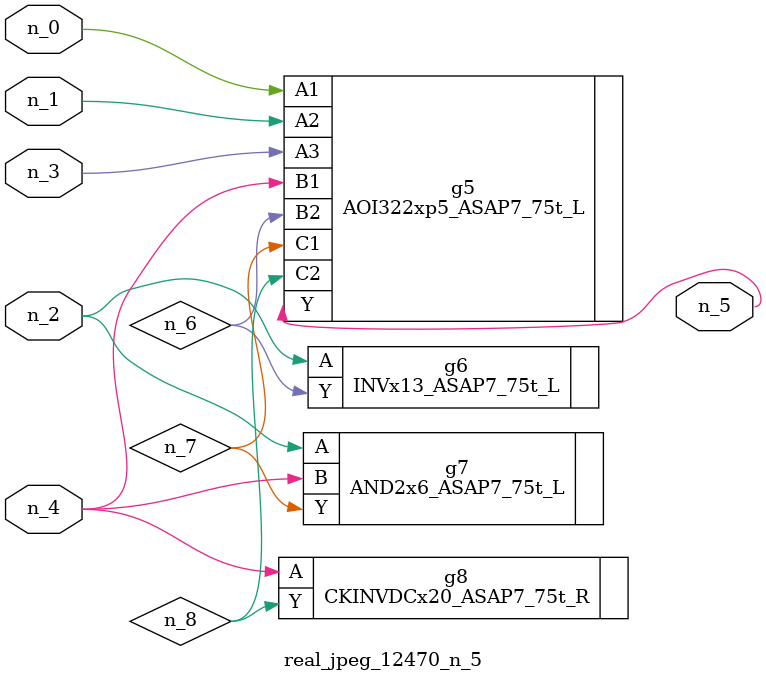
<source format=v>
module real_jpeg_12470_n_5 (n_4, n_0, n_1, n_2, n_3, n_5);

input n_4;
input n_0;
input n_1;
input n_2;
input n_3;

output n_5;

wire n_8;
wire n_6;
wire n_7;

AOI322xp5_ASAP7_75t_L g5 ( 
.A1(n_0),
.A2(n_1),
.A3(n_3),
.B1(n_4),
.B2(n_6),
.C1(n_7),
.C2(n_8),
.Y(n_5)
);

INVx13_ASAP7_75t_L g6 ( 
.A(n_2),
.Y(n_6)
);

AND2x6_ASAP7_75t_L g7 ( 
.A(n_2),
.B(n_4),
.Y(n_7)
);

CKINVDCx20_ASAP7_75t_R g8 ( 
.A(n_4),
.Y(n_8)
);


endmodule
</source>
